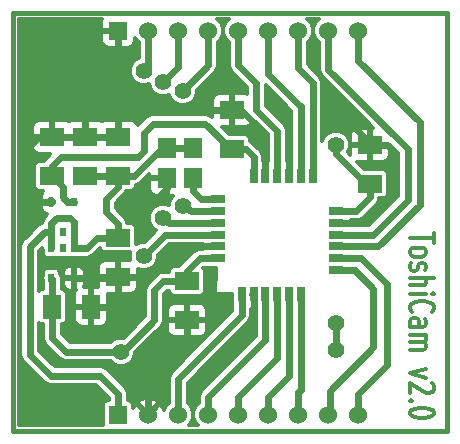
<source format=gtl>
G04 (created by PCBNEW-RS274X (2010-12-06 BZR 2371)-stable) date Thu 16 Jun 2011 17:41:28 ART*
G01*
G70*
G90*
%MOIN*%
G04 Gerber Fmt 3.4, Leading zero omitted, Abs format*
%FSLAX34Y34*%
G04 APERTURE LIST*
%ADD10C,0.001000*%
%ADD11C,0.015000*%
%ADD12C,0.012800*%
%ADD13R,0.080000X0.060000*%
%ADD14R,0.060000X0.080000*%
%ADD15R,0.020000X0.030000*%
%ADD16R,0.050000X0.025000*%
%ADD17R,0.025000X0.050000*%
%ADD18C,0.060000*%
%ADD19R,0.060000X0.060000*%
%ADD20R,0.063000X0.070900*%
%ADD21C,0.055000*%
%ADD22C,0.023600*%
%ADD23C,0.012000*%
%ADD24C,0.013100*%
G04 APERTURE END LIST*
G54D10*
G54D11*
X27450Y-07350D02*
X27450Y-08200D01*
X13000Y-07350D02*
X27450Y-07350D01*
X13000Y-07800D02*
X13000Y-07350D01*
X27450Y-21300D02*
X27450Y-07700D01*
X13000Y-21300D02*
X27450Y-21300D01*
X13000Y-07700D02*
X13000Y-21300D01*
G54D12*
X27023Y-14687D02*
X27023Y-15016D01*
X26229Y-14851D02*
X27023Y-14851D01*
X26229Y-15290D02*
X26266Y-15236D01*
X26304Y-15208D01*
X26380Y-15181D01*
X26607Y-15181D01*
X26682Y-15208D01*
X26720Y-15236D01*
X26758Y-15290D01*
X26758Y-15373D01*
X26720Y-15428D01*
X26682Y-15455D01*
X26607Y-15482D01*
X26380Y-15482D01*
X26304Y-15455D01*
X26266Y-15428D01*
X26229Y-15373D01*
X26229Y-15290D01*
X26266Y-15702D02*
X26229Y-15757D01*
X26229Y-15866D01*
X26266Y-15921D01*
X26342Y-15949D01*
X26380Y-15949D01*
X26455Y-15921D01*
X26493Y-15866D01*
X26493Y-15784D01*
X26531Y-15729D01*
X26607Y-15702D01*
X26645Y-15702D01*
X26720Y-15729D01*
X26758Y-15784D01*
X26758Y-15866D01*
X26720Y-15921D01*
X26229Y-16195D02*
X27023Y-16195D01*
X26229Y-16442D02*
X26645Y-16442D01*
X26720Y-16415D01*
X26758Y-16360D01*
X26758Y-16277D01*
X26720Y-16223D01*
X26682Y-16195D01*
X26229Y-16716D02*
X26758Y-16716D01*
X27023Y-16716D02*
X26985Y-16689D01*
X26947Y-16716D01*
X26985Y-16744D01*
X27023Y-16716D01*
X26947Y-16716D01*
X26304Y-17319D02*
X26266Y-17292D01*
X26229Y-17210D01*
X26229Y-17155D01*
X26266Y-17072D01*
X26342Y-17018D01*
X26418Y-16990D01*
X26569Y-16963D01*
X26682Y-16963D01*
X26834Y-16990D01*
X26909Y-17018D01*
X26985Y-17072D01*
X27023Y-17155D01*
X27023Y-17210D01*
X26985Y-17292D01*
X26947Y-17319D01*
X26229Y-17813D02*
X26645Y-17813D01*
X26720Y-17786D01*
X26758Y-17731D01*
X26758Y-17621D01*
X26720Y-17566D01*
X26266Y-17813D02*
X26229Y-17758D01*
X26229Y-17621D01*
X26266Y-17566D01*
X26342Y-17539D01*
X26418Y-17539D01*
X26493Y-17566D01*
X26531Y-17621D01*
X26531Y-17758D01*
X26569Y-17813D01*
X26229Y-18087D02*
X26758Y-18087D01*
X26682Y-18087D02*
X26720Y-18115D01*
X26758Y-18169D01*
X26758Y-18252D01*
X26720Y-18307D01*
X26645Y-18334D01*
X26229Y-18334D01*
X26645Y-18334D02*
X26720Y-18361D01*
X26758Y-18416D01*
X26758Y-18499D01*
X26720Y-18553D01*
X26645Y-18581D01*
X26229Y-18581D01*
X26758Y-19239D02*
X26229Y-19376D01*
X26758Y-19514D01*
X26947Y-19706D02*
X26985Y-19733D01*
X27023Y-19788D01*
X27023Y-19925D01*
X26985Y-19980D01*
X26947Y-20007D01*
X26871Y-20035D01*
X26796Y-20035D01*
X26682Y-20007D01*
X26229Y-19678D01*
X26229Y-20035D01*
X26304Y-20282D02*
X26266Y-20310D01*
X26229Y-20282D01*
X26266Y-20255D01*
X26304Y-20282D01*
X26229Y-20282D01*
X27023Y-20666D02*
X27023Y-20721D01*
X26985Y-20776D01*
X26947Y-20803D01*
X26871Y-20830D01*
X26720Y-20858D01*
X26531Y-20858D01*
X26380Y-20830D01*
X26304Y-20803D01*
X26266Y-20776D01*
X26229Y-20721D01*
X26229Y-20666D01*
X26266Y-20611D01*
X26304Y-20584D01*
X26380Y-20556D01*
X26531Y-20529D01*
X26720Y-20529D01*
X26871Y-20556D01*
X26947Y-20584D01*
X26985Y-20611D01*
X27023Y-20666D01*
G54D13*
X14300Y-12800D03*
X14300Y-11500D03*
X16500Y-14850D03*
X16500Y-16150D03*
G54D14*
X14300Y-17150D03*
X15600Y-17150D03*
G54D13*
X15400Y-12800D03*
X15400Y-11500D03*
G54D15*
X14275Y-14650D03*
X15025Y-14650D03*
X14275Y-13650D03*
X14650Y-14650D03*
X15025Y-13650D03*
X15025Y-15200D03*
X14275Y-15200D03*
X15025Y-16200D03*
X14650Y-15200D03*
X14275Y-16200D03*
G54D16*
X23768Y-15931D03*
X23768Y-15537D03*
X23768Y-15143D03*
X23768Y-14750D03*
X23768Y-14357D03*
X23768Y-13963D03*
G54D17*
X22981Y-12782D03*
X22587Y-12782D03*
X22193Y-12782D03*
X21800Y-12782D03*
X21407Y-12782D03*
X21013Y-12782D03*
G54D16*
X19832Y-13569D03*
X19832Y-13963D03*
X19832Y-14357D03*
X19832Y-14750D03*
X19832Y-15143D03*
X19832Y-15537D03*
G54D17*
X20619Y-16718D03*
X21013Y-16718D03*
X21407Y-16718D03*
X21800Y-16718D03*
X22193Y-16718D03*
X22587Y-16718D03*
G54D18*
X21500Y-07950D03*
X22500Y-07950D03*
X23500Y-07950D03*
X24500Y-07950D03*
G54D19*
X16500Y-07950D03*
G54D18*
X17500Y-07950D03*
X18500Y-07950D03*
X19500Y-07950D03*
X20500Y-07950D03*
X21500Y-20750D03*
X22500Y-20750D03*
X23500Y-20750D03*
X24500Y-20750D03*
G54D19*
X16500Y-20750D03*
G54D18*
X17500Y-20750D03*
X18500Y-20750D03*
X19500Y-20750D03*
X20500Y-20750D03*
G54D13*
X24900Y-13050D03*
X24900Y-11750D03*
X20300Y-10600D03*
X20300Y-11900D03*
X18800Y-16300D03*
X18800Y-17600D03*
X16500Y-12800D03*
X16500Y-11500D03*
G54D20*
X18117Y-11850D03*
X18987Y-12850D03*
X18987Y-11858D03*
X18117Y-12846D03*
G54D21*
X16600Y-18650D03*
X23750Y-18600D03*
X23750Y-17700D03*
X23750Y-11750D03*
X18000Y-14200D03*
X18000Y-09650D03*
X18650Y-09950D03*
X18650Y-13800D03*
X17350Y-15450D03*
X17350Y-09300D03*
X16650Y-13750D03*
X17500Y-19425D03*
X15400Y-10050D03*
X23800Y-10600D03*
X19100Y-19750D03*
X16550Y-17150D03*
X21900Y-10600D03*
G54D22*
X21013Y-12782D02*
X21013Y-12163D01*
X20750Y-11900D02*
X20300Y-11900D01*
X21013Y-12163D02*
X20750Y-11900D01*
X14650Y-13350D02*
X14650Y-13150D01*
X14650Y-13150D02*
X14300Y-12800D01*
X15025Y-13650D02*
X14800Y-13650D01*
X14650Y-13500D02*
X14650Y-13350D01*
X14800Y-13650D02*
X14650Y-13500D01*
X14300Y-12800D02*
X14300Y-12450D01*
X20250Y-11900D02*
X20300Y-11900D01*
X19400Y-11050D02*
X20250Y-11900D01*
X17650Y-11050D02*
X19400Y-11050D01*
X17350Y-11350D02*
X17650Y-11050D01*
X17350Y-11950D02*
X17350Y-11350D01*
X17150Y-12150D02*
X17350Y-11950D01*
X14600Y-12150D02*
X17150Y-12150D01*
X14300Y-12450D02*
X14600Y-12150D01*
G54D23*
X21025Y-12770D02*
X21013Y-12782D01*
G54D22*
X16600Y-18650D02*
X16650Y-18650D01*
X17700Y-17600D02*
X17700Y-16900D01*
X16650Y-18650D02*
X17700Y-17600D01*
X16600Y-18650D02*
X14750Y-18650D01*
X14750Y-18650D02*
X14300Y-18200D01*
X24900Y-13050D02*
X24750Y-13050D01*
X23750Y-17700D02*
X23750Y-18600D01*
X23750Y-12050D02*
X23750Y-11750D01*
X24750Y-13050D02*
X23750Y-12050D01*
X18800Y-16300D02*
X18000Y-16300D01*
X18000Y-16300D02*
X17700Y-16600D01*
X17700Y-16900D02*
X17700Y-16600D01*
X14300Y-17150D02*
X14300Y-18200D01*
X19832Y-15537D02*
X19213Y-15537D01*
X19213Y-15537D02*
X18800Y-15950D01*
X18800Y-15950D02*
X18800Y-16300D01*
X24900Y-13050D02*
X24900Y-13500D01*
X24437Y-13963D02*
X23768Y-13963D01*
X24900Y-13500D02*
X24437Y-13963D01*
X14300Y-17150D02*
X14300Y-16225D01*
X14300Y-16225D02*
X14275Y-16200D01*
G54D23*
X23806Y-13925D02*
X23768Y-13963D01*
G54D22*
X19419Y-13569D02*
X19269Y-13569D01*
X18987Y-13287D02*
X18987Y-12850D01*
X19269Y-13569D02*
X18987Y-13287D01*
X19832Y-13569D02*
X19419Y-13569D01*
G54D23*
X19763Y-13500D02*
X19832Y-13569D01*
G54D22*
X23500Y-07950D02*
X23500Y-09250D01*
X25725Y-11475D02*
X23500Y-09250D01*
X23500Y-09250D02*
X23500Y-09200D01*
X23768Y-14750D02*
X25000Y-14750D01*
X26150Y-11900D02*
X25725Y-11475D01*
X25725Y-11475D02*
X24500Y-10250D01*
X26150Y-13600D02*
X26150Y-11900D01*
X25000Y-14750D02*
X26150Y-13600D01*
X23500Y-08250D02*
X23500Y-09200D01*
X24500Y-07950D02*
X24500Y-08950D01*
X24500Y-08250D02*
X24500Y-08950D01*
X24500Y-08950D02*
X26550Y-11000D01*
X23768Y-15143D02*
X25157Y-15143D01*
X26550Y-13750D02*
X26550Y-11000D01*
X25157Y-15143D02*
X26550Y-13750D01*
X24150Y-15537D02*
X24587Y-15537D01*
X25450Y-16400D02*
X25450Y-19100D01*
X24587Y-15537D02*
X25450Y-16400D01*
X24500Y-20750D02*
X24500Y-20050D01*
X24500Y-20050D02*
X25450Y-19100D01*
X24150Y-15537D02*
X23768Y-15537D01*
X24100Y-15931D02*
X24381Y-15931D01*
X25000Y-16550D02*
X25000Y-18500D01*
X24381Y-15931D02*
X25000Y-16550D01*
X25000Y-18500D02*
X23550Y-19950D01*
X23550Y-20700D02*
X23500Y-20750D01*
X23550Y-19950D02*
X23550Y-20700D01*
X23768Y-15931D02*
X24100Y-15931D01*
X22587Y-16718D02*
X22587Y-19913D01*
X22500Y-20000D02*
X22500Y-20750D01*
X22587Y-19913D02*
X22500Y-20000D01*
X21500Y-20750D02*
X21500Y-20169D01*
X22200Y-19469D02*
X22200Y-16725D01*
X22200Y-16725D02*
X22193Y-16718D01*
X21500Y-20169D02*
X22200Y-19469D01*
X20500Y-20750D02*
X20500Y-20150D01*
X21800Y-18350D02*
X21800Y-16718D01*
X21800Y-18850D02*
X20500Y-20150D01*
X21800Y-18350D02*
X21800Y-18850D01*
X19500Y-20750D02*
X19500Y-20150D01*
X21407Y-17300D02*
X21407Y-16718D01*
X21400Y-18250D02*
X21400Y-17300D01*
X21400Y-17300D02*
X21407Y-17300D01*
X19500Y-20150D02*
X21400Y-18250D01*
X18500Y-20750D02*
X18500Y-19550D01*
X20619Y-17431D02*
X20619Y-16718D01*
X20619Y-17431D02*
X18500Y-19550D01*
X18500Y-07950D02*
X18500Y-09150D01*
X18500Y-09150D02*
X18000Y-09650D01*
X18500Y-08250D02*
X18500Y-09150D01*
X18207Y-14357D02*
X18000Y-14200D01*
X18207Y-14357D02*
X19832Y-14357D01*
X18500Y-09150D02*
X18000Y-09650D01*
X22500Y-07950D02*
X22500Y-09200D01*
X22500Y-08250D02*
X22500Y-09200D01*
X22981Y-09681D02*
X22981Y-10331D01*
X22500Y-09200D02*
X22981Y-09681D01*
X22981Y-10331D02*
X22981Y-12782D01*
X21500Y-07950D02*
X21500Y-09400D01*
X22587Y-10461D02*
X22561Y-10461D01*
X22587Y-12782D02*
X22587Y-10461D01*
X21500Y-09400D02*
X21500Y-08250D01*
X22561Y-10461D02*
X21500Y-09400D01*
X22587Y-10487D02*
X22587Y-10487D01*
X22587Y-10487D02*
X22587Y-12782D01*
G54D23*
X22587Y-10500D02*
X22587Y-10487D01*
X22587Y-12782D02*
X22587Y-10500D01*
G54D22*
X20500Y-07950D02*
X20500Y-09100D01*
X20500Y-08250D02*
X20500Y-09100D01*
X21100Y-09700D02*
X21100Y-10150D01*
X20500Y-09100D02*
X21100Y-09700D01*
X21800Y-12782D02*
X21800Y-11280D01*
X21100Y-10580D02*
X21100Y-10150D01*
X21800Y-11280D02*
X21100Y-10580D01*
X19500Y-07950D02*
X19500Y-09100D01*
X19500Y-09100D02*
X18650Y-09950D01*
X19500Y-08250D02*
X19500Y-09100D01*
X18913Y-13963D02*
X19832Y-13963D01*
X18913Y-13963D02*
X18650Y-13800D01*
X19500Y-09100D02*
X18650Y-09950D01*
X17500Y-07950D02*
X17500Y-09150D01*
X17500Y-09150D02*
X17350Y-09300D01*
X17500Y-08250D02*
X17500Y-09150D01*
X18050Y-14750D02*
X17350Y-15450D01*
X18050Y-14750D02*
X19832Y-14750D01*
X17500Y-09150D02*
X17350Y-09300D01*
X16500Y-07950D02*
X16500Y-08750D01*
X18117Y-12846D02*
X18117Y-13183D01*
X17550Y-13750D02*
X16650Y-13750D01*
X18117Y-13183D02*
X17550Y-13750D01*
X17500Y-20750D02*
X17500Y-19425D01*
X15400Y-10050D02*
X15500Y-10050D01*
X15400Y-11500D02*
X15400Y-10050D01*
X16500Y-09050D02*
X16500Y-08750D01*
X16500Y-08750D02*
X16500Y-08250D01*
X15500Y-10050D02*
X16500Y-09050D01*
X17500Y-19425D02*
X17500Y-19500D01*
X24900Y-11750D02*
X24900Y-11700D01*
X24900Y-11700D02*
X23800Y-10600D01*
X21013Y-16718D02*
X21013Y-17837D01*
X21013Y-17837D02*
X19100Y-19750D01*
X18800Y-17600D02*
X18800Y-18200D01*
X18800Y-18200D02*
X17500Y-19500D01*
X16500Y-16150D02*
X16500Y-17100D01*
X16550Y-17150D02*
X15600Y-17150D01*
X16500Y-17100D02*
X16550Y-17150D01*
X16500Y-16150D02*
X17500Y-16150D01*
X18507Y-15143D02*
X19832Y-15143D01*
X17500Y-16150D02*
X18507Y-15143D01*
X16500Y-11500D02*
X16500Y-10900D01*
X16800Y-10600D02*
X20300Y-10600D01*
X16500Y-10900D02*
X16800Y-10600D01*
X22193Y-12782D02*
X22193Y-10893D01*
X22193Y-10893D02*
X21900Y-10600D01*
X23768Y-14357D02*
X24743Y-14357D01*
X25450Y-11750D02*
X24900Y-11750D01*
X25750Y-12050D02*
X25450Y-11750D01*
X25750Y-13350D02*
X25750Y-12050D01*
X24743Y-14357D02*
X25750Y-13350D01*
X21407Y-12782D02*
X21407Y-11407D01*
X20600Y-10600D02*
X21407Y-11407D01*
X20300Y-10600D02*
X20600Y-10600D01*
X14275Y-13650D02*
X13900Y-13650D01*
X13850Y-11500D02*
X14300Y-11500D01*
X13500Y-11850D02*
X13850Y-11500D01*
X13500Y-13250D02*
X13500Y-11850D01*
X13900Y-13650D02*
X13500Y-13250D01*
X15400Y-11500D02*
X14300Y-11500D01*
X16500Y-11500D02*
X15400Y-11500D01*
X15025Y-16200D02*
X16450Y-16200D01*
X16450Y-16200D02*
X16500Y-16150D01*
X16500Y-12800D02*
X16500Y-13150D01*
X16500Y-14400D02*
X16500Y-14850D01*
X16100Y-14000D02*
X16500Y-14400D01*
X16100Y-13550D02*
X16100Y-14000D01*
X16500Y-13150D02*
X16100Y-13550D01*
X16500Y-20750D02*
X16500Y-20050D01*
X15900Y-19450D02*
X14250Y-19450D01*
X16500Y-20050D02*
X15900Y-19450D01*
X13900Y-19100D02*
X14250Y-19450D01*
X13900Y-19100D02*
X13550Y-18750D01*
X18117Y-11850D02*
X18979Y-11850D01*
X18979Y-11850D02*
X18987Y-11858D01*
X16500Y-12800D02*
X17020Y-12800D01*
X17970Y-11850D02*
X18117Y-11850D01*
X17020Y-12800D02*
X17970Y-11850D01*
X14275Y-14650D02*
X14275Y-15200D01*
X15025Y-14650D02*
X15025Y-15200D01*
X15025Y-14325D02*
X15025Y-14650D01*
X14275Y-14650D02*
X14050Y-14650D01*
X14275Y-14650D02*
X14275Y-14375D01*
X14275Y-14375D02*
X14450Y-14200D01*
X15025Y-15200D02*
X15450Y-15200D01*
X15800Y-14850D02*
X16500Y-14850D01*
X15450Y-15200D02*
X15800Y-14850D01*
X13550Y-18750D02*
X13550Y-17500D01*
X16500Y-12800D02*
X15400Y-12800D01*
X14700Y-14200D02*
X14450Y-14200D01*
X14700Y-14200D02*
X14900Y-14200D01*
X14900Y-14200D02*
X15025Y-14325D01*
X13550Y-17500D02*
X13550Y-15850D01*
X13550Y-15150D02*
X13550Y-15850D01*
X13550Y-15150D02*
X13800Y-14900D01*
X14050Y-14650D02*
X13800Y-14900D01*
G54D10*
G36*
X18320Y-13465D02*
X18252Y-13533D01*
X18180Y-13706D01*
X18180Y-13765D01*
X18094Y-13730D01*
X18083Y-13730D01*
X18083Y-13399D01*
X18083Y-12880D01*
X17603Y-12880D01*
X17537Y-12946D01*
X17537Y-13252D01*
X17577Y-13349D01*
X17651Y-13424D01*
X17749Y-13465D01*
X17854Y-13465D01*
X18017Y-13465D01*
X18083Y-13399D01*
X18083Y-13730D01*
X17907Y-13730D01*
X17734Y-13801D01*
X17602Y-13933D01*
X17530Y-14106D01*
X17530Y-14293D01*
X17601Y-14466D01*
X17733Y-14598D01*
X17751Y-14605D01*
X17377Y-14980D01*
X17257Y-14980D01*
X17094Y-15046D01*
X17094Y-14512D01*
X17065Y-14441D01*
X17010Y-14386D01*
X16939Y-14356D01*
X16862Y-14356D01*
X16804Y-14356D01*
X16789Y-14280D01*
X16721Y-14179D01*
X16721Y-14178D01*
X16413Y-13870D01*
X16413Y-13679D01*
X16721Y-13372D01*
X16721Y-13371D01*
X16772Y-13294D01*
X16773Y-13294D01*
X16938Y-13294D01*
X17009Y-13265D01*
X17064Y-13210D01*
X17094Y-13139D01*
X17094Y-13098D01*
X17140Y-13089D01*
X17241Y-13021D01*
X17537Y-12725D01*
X17537Y-12746D01*
X17603Y-12812D01*
X18083Y-12812D01*
X18083Y-12746D01*
X18151Y-12746D01*
X18151Y-12812D01*
X18217Y-12812D01*
X18217Y-12880D01*
X18151Y-12880D01*
X18151Y-13399D01*
X18217Y-13465D01*
X18320Y-13465D01*
X18320Y-13465D01*
G37*
G54D24*
X18320Y-13465D02*
X18252Y-13533D01*
X18180Y-13706D01*
X18180Y-13765D01*
X18094Y-13730D01*
X18083Y-13730D01*
X18083Y-13399D01*
X18083Y-12880D01*
X17603Y-12880D01*
X17537Y-12946D01*
X17537Y-13252D01*
X17577Y-13349D01*
X17651Y-13424D01*
X17749Y-13465D01*
X17854Y-13465D01*
X18017Y-13465D01*
X18083Y-13399D01*
X18083Y-13730D01*
X17907Y-13730D01*
X17734Y-13801D01*
X17602Y-13933D01*
X17530Y-14106D01*
X17530Y-14293D01*
X17601Y-14466D01*
X17733Y-14598D01*
X17751Y-14605D01*
X17377Y-14980D01*
X17257Y-14980D01*
X17094Y-15046D01*
X17094Y-14512D01*
X17065Y-14441D01*
X17010Y-14386D01*
X16939Y-14356D01*
X16862Y-14356D01*
X16804Y-14356D01*
X16789Y-14280D01*
X16721Y-14179D01*
X16721Y-14178D01*
X16413Y-13870D01*
X16413Y-13679D01*
X16721Y-13372D01*
X16721Y-13371D01*
X16772Y-13294D01*
X16773Y-13294D01*
X16938Y-13294D01*
X17009Y-13265D01*
X17064Y-13210D01*
X17094Y-13139D01*
X17094Y-13098D01*
X17140Y-13089D01*
X17241Y-13021D01*
X17537Y-12725D01*
X17537Y-12746D01*
X17603Y-12812D01*
X18083Y-12812D01*
X18083Y-12746D01*
X18151Y-12746D01*
X18151Y-12812D01*
X18217Y-12812D01*
X18217Y-12880D01*
X18151Y-12880D01*
X18151Y-13399D01*
X18217Y-13465D01*
X18320Y-13465D01*
G54D10*
G36*
X19754Y-15109D02*
X19753Y-15177D01*
X19383Y-15177D01*
X19336Y-15224D01*
X19317Y-15224D01*
X19213Y-15224D01*
X19093Y-15248D01*
X18992Y-15316D01*
X18579Y-15729D01*
X18527Y-15806D01*
X18362Y-15806D01*
X18291Y-15835D01*
X18236Y-15890D01*
X18206Y-15961D01*
X18206Y-15987D01*
X18000Y-15987D01*
X17880Y-16011D01*
X17778Y-16079D01*
X17479Y-16379D01*
X17411Y-16480D01*
X17387Y-16600D01*
X17387Y-16900D01*
X17387Y-17470D01*
X17165Y-17692D01*
X17165Y-16502D01*
X17165Y-16250D01*
X17099Y-16184D01*
X16534Y-16184D01*
X16534Y-16649D01*
X16600Y-16715D01*
X16848Y-16715D01*
X16953Y-16715D01*
X17051Y-16674D01*
X17125Y-16599D01*
X17165Y-16502D01*
X17165Y-17692D01*
X16677Y-18180D01*
X16507Y-18180D01*
X16466Y-18196D01*
X16466Y-16649D01*
X16466Y-16184D01*
X16466Y-16116D01*
X16466Y-15651D01*
X16400Y-15585D01*
X16152Y-15585D01*
X16047Y-15585D01*
X15949Y-15626D01*
X15875Y-15701D01*
X15835Y-15798D01*
X15835Y-16050D01*
X15901Y-16116D01*
X16466Y-16116D01*
X16466Y-16184D01*
X15901Y-16184D01*
X15835Y-16250D01*
X15835Y-16485D01*
X15700Y-16485D01*
X15634Y-16551D01*
X15634Y-17116D01*
X16099Y-17116D01*
X16165Y-17050D01*
X16165Y-16802D01*
X16165Y-16715D01*
X16400Y-16715D01*
X16466Y-16649D01*
X16466Y-18196D01*
X16334Y-18251D01*
X16248Y-18337D01*
X16165Y-18337D01*
X16165Y-17603D01*
X16165Y-17498D01*
X16165Y-17250D01*
X16099Y-17184D01*
X15634Y-17184D01*
X15634Y-17749D01*
X15700Y-17815D01*
X15952Y-17815D01*
X16049Y-17775D01*
X16124Y-17701D01*
X16165Y-17603D01*
X16165Y-18337D01*
X15566Y-18337D01*
X15566Y-17749D01*
X15566Y-17184D01*
X15566Y-17116D01*
X15566Y-16551D01*
X15500Y-16485D01*
X15355Y-16485D01*
X15390Y-16403D01*
X15390Y-16300D01*
X15390Y-16100D01*
X15390Y-15997D01*
X15349Y-15899D01*
X15274Y-15825D01*
X15177Y-15785D01*
X15125Y-15785D01*
X15059Y-15851D01*
X15059Y-16166D01*
X15324Y-16166D01*
X15390Y-16100D01*
X15390Y-16300D01*
X15324Y-16234D01*
X15059Y-16234D01*
X15059Y-16549D01*
X15092Y-16582D01*
X15076Y-16599D01*
X15035Y-16697D01*
X15035Y-16802D01*
X15035Y-17050D01*
X15101Y-17116D01*
X15566Y-17116D01*
X15566Y-17184D01*
X15101Y-17184D01*
X15035Y-17250D01*
X15035Y-17498D01*
X15035Y-17603D01*
X15076Y-17701D01*
X15151Y-17775D01*
X15248Y-17815D01*
X15500Y-17815D01*
X15566Y-17749D01*
X15566Y-18337D01*
X14991Y-18337D01*
X14991Y-16549D01*
X14991Y-16234D01*
X14991Y-16166D01*
X14991Y-15851D01*
X14925Y-15785D01*
X14873Y-15785D01*
X14776Y-15825D01*
X14701Y-15899D01*
X14660Y-15997D01*
X14660Y-16100D01*
X14726Y-16166D01*
X14991Y-16166D01*
X14991Y-16234D01*
X14726Y-16234D01*
X14660Y-16300D01*
X14660Y-16403D01*
X14701Y-16501D01*
X14776Y-16575D01*
X14873Y-16615D01*
X14925Y-16615D01*
X14991Y-16549D01*
X14991Y-18337D01*
X14879Y-18337D01*
X14613Y-18070D01*
X14613Y-17744D01*
X14638Y-17744D01*
X14709Y-17715D01*
X14764Y-17660D01*
X14794Y-17589D01*
X14794Y-17512D01*
X14794Y-16712D01*
X14765Y-16641D01*
X14710Y-16586D01*
X14639Y-16556D01*
X14613Y-16556D01*
X14613Y-16225D01*
X14589Y-16105D01*
X14569Y-16075D01*
X14569Y-16012D01*
X14540Y-15941D01*
X14485Y-15886D01*
X14414Y-15856D01*
X14337Y-15856D01*
X14137Y-15856D01*
X14066Y-15885D01*
X14011Y-15940D01*
X13981Y-16011D01*
X13981Y-16088D01*
X13981Y-16105D01*
X13962Y-16200D01*
X13981Y-16295D01*
X13981Y-16388D01*
X13987Y-16402D01*
X13987Y-16556D01*
X13962Y-16556D01*
X13891Y-16585D01*
X13863Y-16613D01*
X13863Y-15850D01*
X13863Y-15279D01*
X13962Y-15180D01*
X13962Y-15200D01*
X13981Y-15295D01*
X13981Y-15388D01*
X14010Y-15459D01*
X14065Y-15514D01*
X14136Y-15544D01*
X14213Y-15544D01*
X14413Y-15544D01*
X14462Y-15523D01*
X14511Y-15544D01*
X14588Y-15544D01*
X14788Y-15544D01*
X14837Y-15523D01*
X14886Y-15544D01*
X14963Y-15544D01*
X15163Y-15544D01*
X15234Y-15515D01*
X15236Y-15513D01*
X15450Y-15513D01*
X15570Y-15489D01*
X15671Y-15421D01*
X15906Y-15186D01*
X15906Y-15188D01*
X15935Y-15259D01*
X15990Y-15314D01*
X16061Y-15344D01*
X16138Y-15344D01*
X16884Y-15344D01*
X16880Y-15356D01*
X16880Y-15543D01*
X16897Y-15585D01*
X16848Y-15585D01*
X16600Y-15585D01*
X16534Y-15651D01*
X16534Y-16116D01*
X17099Y-16116D01*
X17165Y-16050D01*
X17165Y-15882D01*
X17256Y-15920D01*
X17443Y-15920D01*
X17616Y-15849D01*
X17748Y-15717D01*
X17820Y-15544D01*
X17820Y-15422D01*
X18179Y-15063D01*
X19317Y-15063D01*
X19337Y-15063D01*
X19383Y-15109D01*
X19754Y-15109D01*
X19754Y-15109D01*
G37*
G54D24*
X19754Y-15109D02*
X19753Y-15177D01*
X19383Y-15177D01*
X19336Y-15224D01*
X19317Y-15224D01*
X19213Y-15224D01*
X19093Y-15248D01*
X18992Y-15316D01*
X18579Y-15729D01*
X18527Y-15806D01*
X18362Y-15806D01*
X18291Y-15835D01*
X18236Y-15890D01*
X18206Y-15961D01*
X18206Y-15987D01*
X18000Y-15987D01*
X17880Y-16011D01*
X17778Y-16079D01*
X17479Y-16379D01*
X17411Y-16480D01*
X17387Y-16600D01*
X17387Y-16900D01*
X17387Y-17470D01*
X17165Y-17692D01*
X17165Y-16502D01*
X17165Y-16250D01*
X17099Y-16184D01*
X16534Y-16184D01*
X16534Y-16649D01*
X16600Y-16715D01*
X16848Y-16715D01*
X16953Y-16715D01*
X17051Y-16674D01*
X17125Y-16599D01*
X17165Y-16502D01*
X17165Y-17692D01*
X16677Y-18180D01*
X16507Y-18180D01*
X16466Y-18196D01*
X16466Y-16649D01*
X16466Y-16184D01*
X16466Y-16116D01*
X16466Y-15651D01*
X16400Y-15585D01*
X16152Y-15585D01*
X16047Y-15585D01*
X15949Y-15626D01*
X15875Y-15701D01*
X15835Y-15798D01*
X15835Y-16050D01*
X15901Y-16116D01*
X16466Y-16116D01*
X16466Y-16184D01*
X15901Y-16184D01*
X15835Y-16250D01*
X15835Y-16485D01*
X15700Y-16485D01*
X15634Y-16551D01*
X15634Y-17116D01*
X16099Y-17116D01*
X16165Y-17050D01*
X16165Y-16802D01*
X16165Y-16715D01*
X16400Y-16715D01*
X16466Y-16649D01*
X16466Y-18196D01*
X16334Y-18251D01*
X16248Y-18337D01*
X16165Y-18337D01*
X16165Y-17603D01*
X16165Y-17498D01*
X16165Y-17250D01*
X16099Y-17184D01*
X15634Y-17184D01*
X15634Y-17749D01*
X15700Y-17815D01*
X15952Y-17815D01*
X16049Y-17775D01*
X16124Y-17701D01*
X16165Y-17603D01*
X16165Y-18337D01*
X15566Y-18337D01*
X15566Y-17749D01*
X15566Y-17184D01*
X15566Y-17116D01*
X15566Y-16551D01*
X15500Y-16485D01*
X15355Y-16485D01*
X15390Y-16403D01*
X15390Y-16300D01*
X15390Y-16100D01*
X15390Y-15997D01*
X15349Y-15899D01*
X15274Y-15825D01*
X15177Y-15785D01*
X15125Y-15785D01*
X15059Y-15851D01*
X15059Y-16166D01*
X15324Y-16166D01*
X15390Y-16100D01*
X15390Y-16300D01*
X15324Y-16234D01*
X15059Y-16234D01*
X15059Y-16549D01*
X15092Y-16582D01*
X15076Y-16599D01*
X15035Y-16697D01*
X15035Y-16802D01*
X15035Y-17050D01*
X15101Y-17116D01*
X15566Y-17116D01*
X15566Y-17184D01*
X15101Y-17184D01*
X15035Y-17250D01*
X15035Y-17498D01*
X15035Y-17603D01*
X15076Y-17701D01*
X15151Y-17775D01*
X15248Y-17815D01*
X15500Y-17815D01*
X15566Y-17749D01*
X15566Y-18337D01*
X14991Y-18337D01*
X14991Y-16549D01*
X14991Y-16234D01*
X14991Y-16166D01*
X14991Y-15851D01*
X14925Y-15785D01*
X14873Y-15785D01*
X14776Y-15825D01*
X14701Y-15899D01*
X14660Y-15997D01*
X14660Y-16100D01*
X14726Y-16166D01*
X14991Y-16166D01*
X14991Y-16234D01*
X14726Y-16234D01*
X14660Y-16300D01*
X14660Y-16403D01*
X14701Y-16501D01*
X14776Y-16575D01*
X14873Y-16615D01*
X14925Y-16615D01*
X14991Y-16549D01*
X14991Y-18337D01*
X14879Y-18337D01*
X14613Y-18070D01*
X14613Y-17744D01*
X14638Y-17744D01*
X14709Y-17715D01*
X14764Y-17660D01*
X14794Y-17589D01*
X14794Y-17512D01*
X14794Y-16712D01*
X14765Y-16641D01*
X14710Y-16586D01*
X14639Y-16556D01*
X14613Y-16556D01*
X14613Y-16225D01*
X14589Y-16105D01*
X14569Y-16075D01*
X14569Y-16012D01*
X14540Y-15941D01*
X14485Y-15886D01*
X14414Y-15856D01*
X14337Y-15856D01*
X14137Y-15856D01*
X14066Y-15885D01*
X14011Y-15940D01*
X13981Y-16011D01*
X13981Y-16088D01*
X13981Y-16105D01*
X13962Y-16200D01*
X13981Y-16295D01*
X13981Y-16388D01*
X13987Y-16402D01*
X13987Y-16556D01*
X13962Y-16556D01*
X13891Y-16585D01*
X13863Y-16613D01*
X13863Y-15850D01*
X13863Y-15279D01*
X13962Y-15180D01*
X13962Y-15200D01*
X13981Y-15295D01*
X13981Y-15388D01*
X14010Y-15459D01*
X14065Y-15514D01*
X14136Y-15544D01*
X14213Y-15544D01*
X14413Y-15544D01*
X14462Y-15523D01*
X14511Y-15544D01*
X14588Y-15544D01*
X14788Y-15544D01*
X14837Y-15523D01*
X14886Y-15544D01*
X14963Y-15544D01*
X15163Y-15544D01*
X15234Y-15515D01*
X15236Y-15513D01*
X15450Y-15513D01*
X15570Y-15489D01*
X15671Y-15421D01*
X15906Y-15186D01*
X15906Y-15188D01*
X15935Y-15259D01*
X15990Y-15314D01*
X16061Y-15344D01*
X16138Y-15344D01*
X16884Y-15344D01*
X16880Y-15356D01*
X16880Y-15543D01*
X16897Y-15585D01*
X16848Y-15585D01*
X16600Y-15585D01*
X16534Y-15651D01*
X16534Y-16116D01*
X17099Y-16116D01*
X17165Y-16050D01*
X17165Y-15882D01*
X17256Y-15920D01*
X17443Y-15920D01*
X17616Y-15849D01*
X17748Y-15717D01*
X17820Y-15544D01*
X17820Y-15422D01*
X18179Y-15063D01*
X19317Y-15063D01*
X19337Y-15063D01*
X19383Y-15109D01*
X19754Y-15109D01*
G54D10*
G36*
X20306Y-17301D02*
X19465Y-18142D01*
X19465Y-17952D01*
X19465Y-17700D01*
X19465Y-17500D01*
X19465Y-17248D01*
X19425Y-17151D01*
X19351Y-17076D01*
X19253Y-17035D01*
X19148Y-17035D01*
X18900Y-17035D01*
X18834Y-17101D01*
X18834Y-17566D01*
X19399Y-17566D01*
X19465Y-17500D01*
X19465Y-17700D01*
X19399Y-17634D01*
X18834Y-17634D01*
X18834Y-18099D01*
X18900Y-18165D01*
X19148Y-18165D01*
X19253Y-18165D01*
X19351Y-18124D01*
X19425Y-18049D01*
X19465Y-17952D01*
X19465Y-18142D01*
X18766Y-18841D01*
X18766Y-18099D01*
X18766Y-17634D01*
X18766Y-17566D01*
X18766Y-17101D01*
X18700Y-17035D01*
X18452Y-17035D01*
X18347Y-17035D01*
X18249Y-17076D01*
X18175Y-17151D01*
X18135Y-17248D01*
X18135Y-17500D01*
X18201Y-17566D01*
X18766Y-17566D01*
X18766Y-17634D01*
X18201Y-17634D01*
X18135Y-17700D01*
X18135Y-17952D01*
X18175Y-18049D01*
X18249Y-18124D01*
X18347Y-18165D01*
X18452Y-18165D01*
X18700Y-18165D01*
X18766Y-18099D01*
X18766Y-18841D01*
X18279Y-19329D01*
X18211Y-19430D01*
X18187Y-19550D01*
X18187Y-20364D01*
X18081Y-20470D01*
X18033Y-20585D01*
X17976Y-20447D01*
X17875Y-20423D01*
X17827Y-20471D01*
X17827Y-20375D01*
X17803Y-20274D01*
X17598Y-20194D01*
X17378Y-20199D01*
X17197Y-20274D01*
X17173Y-20375D01*
X17500Y-20702D01*
X17827Y-20375D01*
X17827Y-20471D01*
X17548Y-20750D01*
X17594Y-20796D01*
X17546Y-20844D01*
X17500Y-20798D01*
X17453Y-20844D01*
X17405Y-20796D01*
X17452Y-20750D01*
X17125Y-20423D01*
X17024Y-20447D01*
X16994Y-20523D01*
X16994Y-20412D01*
X16965Y-20341D01*
X16910Y-20286D01*
X16839Y-20256D01*
X16813Y-20256D01*
X16813Y-20050D01*
X16789Y-19930D01*
X16721Y-19829D01*
X16721Y-19828D01*
X16121Y-19229D01*
X16020Y-19161D01*
X15900Y-19137D01*
X14379Y-19137D01*
X14122Y-18880D01*
X14121Y-18879D01*
X14121Y-18878D01*
X13863Y-18620D01*
X13863Y-17687D01*
X13890Y-17714D01*
X13961Y-17744D01*
X13987Y-17744D01*
X13987Y-18200D01*
X14011Y-18320D01*
X14079Y-18421D01*
X14528Y-18871D01*
X14529Y-18871D01*
X14630Y-18939D01*
X14750Y-18963D01*
X16248Y-18963D01*
X16333Y-19048D01*
X16506Y-19120D01*
X16693Y-19120D01*
X16866Y-19049D01*
X16998Y-18917D01*
X17070Y-18744D01*
X17070Y-18672D01*
X17921Y-17822D01*
X17921Y-17821D01*
X17989Y-17720D01*
X18012Y-17601D01*
X18013Y-17600D01*
X18013Y-16900D01*
X18013Y-16729D01*
X18129Y-16613D01*
X18206Y-16613D01*
X18206Y-16638D01*
X18235Y-16709D01*
X18290Y-16764D01*
X18361Y-16794D01*
X18438Y-16794D01*
X19238Y-16794D01*
X19309Y-16765D01*
X19364Y-16710D01*
X19394Y-16639D01*
X19394Y-16562D01*
X19394Y-15962D01*
X19365Y-15891D01*
X19333Y-15859D01*
X19342Y-15850D01*
X19528Y-15850D01*
X19543Y-15856D01*
X19620Y-15856D01*
X19745Y-15856D01*
X19734Y-16714D01*
X20300Y-16721D01*
X20300Y-17006D01*
X20306Y-17020D01*
X20306Y-17301D01*
X20306Y-17301D01*
G37*
G54D24*
X20306Y-17301D02*
X19465Y-18142D01*
X19465Y-17952D01*
X19465Y-17700D01*
X19465Y-17500D01*
X19465Y-17248D01*
X19425Y-17151D01*
X19351Y-17076D01*
X19253Y-17035D01*
X19148Y-17035D01*
X18900Y-17035D01*
X18834Y-17101D01*
X18834Y-17566D01*
X19399Y-17566D01*
X19465Y-17500D01*
X19465Y-17700D01*
X19399Y-17634D01*
X18834Y-17634D01*
X18834Y-18099D01*
X18900Y-18165D01*
X19148Y-18165D01*
X19253Y-18165D01*
X19351Y-18124D01*
X19425Y-18049D01*
X19465Y-17952D01*
X19465Y-18142D01*
X18766Y-18841D01*
X18766Y-18099D01*
X18766Y-17634D01*
X18766Y-17566D01*
X18766Y-17101D01*
X18700Y-17035D01*
X18452Y-17035D01*
X18347Y-17035D01*
X18249Y-17076D01*
X18175Y-17151D01*
X18135Y-17248D01*
X18135Y-17500D01*
X18201Y-17566D01*
X18766Y-17566D01*
X18766Y-17634D01*
X18201Y-17634D01*
X18135Y-17700D01*
X18135Y-17952D01*
X18175Y-18049D01*
X18249Y-18124D01*
X18347Y-18165D01*
X18452Y-18165D01*
X18700Y-18165D01*
X18766Y-18099D01*
X18766Y-18841D01*
X18279Y-19329D01*
X18211Y-19430D01*
X18187Y-19550D01*
X18187Y-20364D01*
X18081Y-20470D01*
X18033Y-20585D01*
X17976Y-20447D01*
X17875Y-20423D01*
X17827Y-20471D01*
X17827Y-20375D01*
X17803Y-20274D01*
X17598Y-20194D01*
X17378Y-20199D01*
X17197Y-20274D01*
X17173Y-20375D01*
X17500Y-20702D01*
X17827Y-20375D01*
X17827Y-20471D01*
X17548Y-20750D01*
X17594Y-20796D01*
X17546Y-20844D01*
X17500Y-20798D01*
X17453Y-20844D01*
X17405Y-20796D01*
X17452Y-20750D01*
X17125Y-20423D01*
X17024Y-20447D01*
X16994Y-20523D01*
X16994Y-20412D01*
X16965Y-20341D01*
X16910Y-20286D01*
X16839Y-20256D01*
X16813Y-20256D01*
X16813Y-20050D01*
X16789Y-19930D01*
X16721Y-19829D01*
X16721Y-19828D01*
X16121Y-19229D01*
X16020Y-19161D01*
X15900Y-19137D01*
X14379Y-19137D01*
X14122Y-18880D01*
X14121Y-18879D01*
X14121Y-18878D01*
X13863Y-18620D01*
X13863Y-17687D01*
X13890Y-17714D01*
X13961Y-17744D01*
X13987Y-17744D01*
X13987Y-18200D01*
X14011Y-18320D01*
X14079Y-18421D01*
X14528Y-18871D01*
X14529Y-18871D01*
X14630Y-18939D01*
X14750Y-18963D01*
X16248Y-18963D01*
X16333Y-19048D01*
X16506Y-19120D01*
X16693Y-19120D01*
X16866Y-19049D01*
X16998Y-18917D01*
X17070Y-18744D01*
X17070Y-18672D01*
X17921Y-17822D01*
X17921Y-17821D01*
X17989Y-17720D01*
X18012Y-17601D01*
X18013Y-17600D01*
X18013Y-16900D01*
X18013Y-16729D01*
X18129Y-16613D01*
X18206Y-16613D01*
X18206Y-16638D01*
X18235Y-16709D01*
X18290Y-16764D01*
X18361Y-16794D01*
X18438Y-16794D01*
X19238Y-16794D01*
X19309Y-16765D01*
X19364Y-16710D01*
X19394Y-16639D01*
X19394Y-16562D01*
X19394Y-15962D01*
X19365Y-15891D01*
X19333Y-15859D01*
X19342Y-15850D01*
X19528Y-15850D01*
X19543Y-15856D01*
X19620Y-15856D01*
X19745Y-15856D01*
X19734Y-16714D01*
X20300Y-16721D01*
X20300Y-17006D01*
X20306Y-17020D01*
X20306Y-17301D01*
G54D10*
G36*
X21094Y-17265D02*
X21087Y-17300D01*
X21087Y-18121D01*
X19279Y-19929D01*
X19211Y-20030D01*
X19187Y-20150D01*
X19187Y-20364D01*
X19081Y-20470D01*
X19006Y-20651D01*
X19006Y-20848D01*
X19081Y-21030D01*
X19146Y-21095D01*
X18854Y-21095D01*
X18919Y-21030D01*
X18994Y-20849D01*
X18994Y-20652D01*
X18919Y-20470D01*
X18813Y-20364D01*
X18813Y-19679D01*
X20840Y-17653D01*
X20840Y-17652D01*
X20908Y-17551D01*
X20931Y-17432D01*
X20932Y-17431D01*
X20932Y-17233D01*
X20932Y-17214D01*
X20979Y-17167D01*
X20979Y-16752D01*
X20938Y-16752D01*
X20938Y-16729D01*
X21088Y-16731D01*
X21088Y-16752D01*
X21047Y-16752D01*
X21047Y-17167D01*
X21094Y-17214D01*
X21094Y-17233D01*
X21094Y-17265D01*
X21094Y-17265D01*
G37*
G54D24*
X21094Y-17265D02*
X21087Y-17300D01*
X21087Y-18121D01*
X19279Y-19929D01*
X19211Y-20030D01*
X19187Y-20150D01*
X19187Y-20364D01*
X19081Y-20470D01*
X19006Y-20651D01*
X19006Y-20848D01*
X19081Y-21030D01*
X19146Y-21095D01*
X18854Y-21095D01*
X18919Y-21030D01*
X18994Y-20849D01*
X18994Y-20652D01*
X18919Y-20470D01*
X18813Y-20364D01*
X18813Y-19679D01*
X20840Y-17653D01*
X20840Y-17652D01*
X20908Y-17551D01*
X20931Y-17432D01*
X20932Y-17431D01*
X20932Y-17233D01*
X20932Y-17214D01*
X20979Y-17167D01*
X20979Y-16752D01*
X20938Y-16752D01*
X20938Y-16729D01*
X21088Y-16731D01*
X21088Y-16752D01*
X21047Y-16752D01*
X21047Y-17167D01*
X21094Y-17214D01*
X21094Y-17233D01*
X21094Y-17265D01*
G54D10*
G36*
X21487Y-12287D02*
X21441Y-12333D01*
X21441Y-12705D01*
X21373Y-12704D01*
X21373Y-12333D01*
X21326Y-12286D01*
X21326Y-12267D01*
X21326Y-12163D01*
X21325Y-12162D01*
X21302Y-12043D01*
X21234Y-11942D01*
X21234Y-11941D01*
X20971Y-11679D01*
X20894Y-11627D01*
X20894Y-11562D01*
X20865Y-11491D01*
X20810Y-11436D01*
X20739Y-11406D01*
X20662Y-11406D01*
X20198Y-11406D01*
X19957Y-11165D01*
X20200Y-11165D01*
X20266Y-11099D01*
X20266Y-10634D01*
X20266Y-10566D01*
X20266Y-10101D01*
X20200Y-10035D01*
X19952Y-10035D01*
X19847Y-10035D01*
X19749Y-10076D01*
X19675Y-10151D01*
X19635Y-10248D01*
X19635Y-10500D01*
X19701Y-10566D01*
X20266Y-10566D01*
X20266Y-10634D01*
X19701Y-10634D01*
X19635Y-10700D01*
X19635Y-10843D01*
X19621Y-10829D01*
X19520Y-10761D01*
X19400Y-10737D01*
X17650Y-10737D01*
X17530Y-10761D01*
X17428Y-10829D01*
X17148Y-11109D01*
X17125Y-11051D01*
X17051Y-10976D01*
X16953Y-10935D01*
X16848Y-10935D01*
X16600Y-10935D01*
X16534Y-11001D01*
X16534Y-11466D01*
X16600Y-11466D01*
X16600Y-11534D01*
X16534Y-11534D01*
X16534Y-11600D01*
X16466Y-11600D01*
X16466Y-11534D01*
X16466Y-11466D01*
X16466Y-11001D01*
X16466Y-08449D01*
X16466Y-07984D01*
X16001Y-07984D01*
X15935Y-08050D01*
X15935Y-08198D01*
X15935Y-08303D01*
X15976Y-08401D01*
X16051Y-08475D01*
X16148Y-08515D01*
X16400Y-08515D01*
X16466Y-08449D01*
X16466Y-11001D01*
X16400Y-10935D01*
X16152Y-10935D01*
X16047Y-10935D01*
X15950Y-10975D01*
X15853Y-10935D01*
X15748Y-10935D01*
X15500Y-10935D01*
X15434Y-11001D01*
X15434Y-11466D01*
X15901Y-11466D01*
X15999Y-11466D01*
X16466Y-11466D01*
X16466Y-11534D01*
X15999Y-11534D01*
X15901Y-11534D01*
X15434Y-11534D01*
X15434Y-11600D01*
X15366Y-11600D01*
X15366Y-11534D01*
X15366Y-11466D01*
X15366Y-11001D01*
X15300Y-10935D01*
X15052Y-10935D01*
X14947Y-10935D01*
X14850Y-10975D01*
X14753Y-10935D01*
X14648Y-10935D01*
X14400Y-10935D01*
X14334Y-11001D01*
X14334Y-11466D01*
X14801Y-11466D01*
X14899Y-11466D01*
X15366Y-11466D01*
X15366Y-11534D01*
X14899Y-11534D01*
X14801Y-11534D01*
X14334Y-11534D01*
X14334Y-11600D01*
X14266Y-11600D01*
X14266Y-11534D01*
X14266Y-11466D01*
X14266Y-11001D01*
X14200Y-10935D01*
X13952Y-10935D01*
X13847Y-10935D01*
X13749Y-10976D01*
X13675Y-11051D01*
X13635Y-11148D01*
X13635Y-11400D01*
X13701Y-11466D01*
X14266Y-11466D01*
X14266Y-11534D01*
X13701Y-11534D01*
X13635Y-11600D01*
X13635Y-11852D01*
X13675Y-11949D01*
X13749Y-12024D01*
X13847Y-12065D01*
X13952Y-12065D01*
X14200Y-12065D01*
X14242Y-12065D01*
X14079Y-12229D01*
X14027Y-12306D01*
X13862Y-12306D01*
X13791Y-12335D01*
X13736Y-12390D01*
X13706Y-12461D01*
X13706Y-12538D01*
X13706Y-13138D01*
X13735Y-13209D01*
X13790Y-13264D01*
X13861Y-13294D01*
X13938Y-13294D01*
X14006Y-13294D01*
X13951Y-13349D01*
X13910Y-13447D01*
X13910Y-13550D01*
X13976Y-13616D01*
X14241Y-13616D01*
X14241Y-13550D01*
X14309Y-13550D01*
X14309Y-13616D01*
X14360Y-13616D01*
X14361Y-13620D01*
X14375Y-13640D01*
X14375Y-13684D01*
X14309Y-13684D01*
X14309Y-13750D01*
X14241Y-13750D01*
X14241Y-13684D01*
X13976Y-13684D01*
X13910Y-13750D01*
X13910Y-13853D01*
X13951Y-13951D01*
X14026Y-14025D01*
X14123Y-14065D01*
X14142Y-14065D01*
X14054Y-14154D01*
X13986Y-14255D01*
X13966Y-14353D01*
X13930Y-14361D01*
X13828Y-14429D01*
X13580Y-14677D01*
X13578Y-14679D01*
X13329Y-14929D01*
X13261Y-15030D01*
X13237Y-15150D01*
X13237Y-15850D01*
X13237Y-17500D01*
X13237Y-18750D01*
X13261Y-18870D01*
X13329Y-18971D01*
X13678Y-19321D01*
X13679Y-19321D01*
X13680Y-19322D01*
X14028Y-19671D01*
X14029Y-19671D01*
X14130Y-19739D01*
X14249Y-19762D01*
X14250Y-19763D01*
X15770Y-19763D01*
X16187Y-20179D01*
X16187Y-20256D01*
X16162Y-20256D01*
X16091Y-20285D01*
X16036Y-20340D01*
X16006Y-20411D01*
X16006Y-20488D01*
X16006Y-21088D01*
X16008Y-21095D01*
X13205Y-21095D01*
X13205Y-07800D01*
X13205Y-07700D01*
X13205Y-07555D01*
X15952Y-07555D01*
X15935Y-07597D01*
X15935Y-07702D01*
X15935Y-07850D01*
X16001Y-07916D01*
X16466Y-07916D01*
X16466Y-07850D01*
X16534Y-07850D01*
X16534Y-07916D01*
X16600Y-07916D01*
X16600Y-07984D01*
X16534Y-07984D01*
X16534Y-08449D01*
X16600Y-08515D01*
X16852Y-08515D01*
X16949Y-08475D01*
X17024Y-08401D01*
X17065Y-08303D01*
X17065Y-08198D01*
X17065Y-08191D01*
X17081Y-08230D01*
X17187Y-08336D01*
X17187Y-08858D01*
X17084Y-08901D01*
X16952Y-09033D01*
X16880Y-09206D01*
X16880Y-09393D01*
X16951Y-09566D01*
X17083Y-09698D01*
X17256Y-09770D01*
X17443Y-09770D01*
X17530Y-09734D01*
X17530Y-09743D01*
X17601Y-09916D01*
X17733Y-10048D01*
X17906Y-10120D01*
X18093Y-10120D01*
X18194Y-10078D01*
X18251Y-10216D01*
X18383Y-10348D01*
X18556Y-10420D01*
X18743Y-10420D01*
X18916Y-10349D01*
X19048Y-10217D01*
X19120Y-10044D01*
X19120Y-09922D01*
X19721Y-09321D01*
X19789Y-09220D01*
X19812Y-09100D01*
X19813Y-09100D01*
X19813Y-08336D01*
X19919Y-08230D01*
X19994Y-08049D01*
X19994Y-07852D01*
X19919Y-07670D01*
X19804Y-07555D01*
X20196Y-07555D01*
X20081Y-07670D01*
X20006Y-07851D01*
X20006Y-08048D01*
X20081Y-08230D01*
X20187Y-08336D01*
X20187Y-09100D01*
X20211Y-09220D01*
X20279Y-09321D01*
X20787Y-09829D01*
X20787Y-10049D01*
X20753Y-10035D01*
X20648Y-10035D01*
X20400Y-10035D01*
X20334Y-10101D01*
X20334Y-10566D01*
X20400Y-10566D01*
X20400Y-10634D01*
X20334Y-10634D01*
X20334Y-11099D01*
X20400Y-11165D01*
X20648Y-11165D01*
X20753Y-11165D01*
X20851Y-11124D01*
X20925Y-11049D01*
X20965Y-10952D01*
X20965Y-10887D01*
X21487Y-11409D01*
X21487Y-12267D01*
X21487Y-12287D01*
X21487Y-12287D01*
G37*
G54D24*
X21487Y-12287D02*
X21441Y-12333D01*
X21441Y-12705D01*
X21373Y-12704D01*
X21373Y-12333D01*
X21326Y-12286D01*
X21326Y-12267D01*
X21326Y-12163D01*
X21325Y-12162D01*
X21302Y-12043D01*
X21234Y-11942D01*
X21234Y-11941D01*
X20971Y-11679D01*
X20894Y-11627D01*
X20894Y-11562D01*
X20865Y-11491D01*
X20810Y-11436D01*
X20739Y-11406D01*
X20662Y-11406D01*
X20198Y-11406D01*
X19957Y-11165D01*
X20200Y-11165D01*
X20266Y-11099D01*
X20266Y-10634D01*
X20266Y-10566D01*
X20266Y-10101D01*
X20200Y-10035D01*
X19952Y-10035D01*
X19847Y-10035D01*
X19749Y-10076D01*
X19675Y-10151D01*
X19635Y-10248D01*
X19635Y-10500D01*
X19701Y-10566D01*
X20266Y-10566D01*
X20266Y-10634D01*
X19701Y-10634D01*
X19635Y-10700D01*
X19635Y-10843D01*
X19621Y-10829D01*
X19520Y-10761D01*
X19400Y-10737D01*
X17650Y-10737D01*
X17530Y-10761D01*
X17428Y-10829D01*
X17148Y-11109D01*
X17125Y-11051D01*
X17051Y-10976D01*
X16953Y-10935D01*
X16848Y-10935D01*
X16600Y-10935D01*
X16534Y-11001D01*
X16534Y-11466D01*
X16600Y-11466D01*
X16600Y-11534D01*
X16534Y-11534D01*
X16534Y-11600D01*
X16466Y-11600D01*
X16466Y-11534D01*
X16466Y-11466D01*
X16466Y-11001D01*
X16466Y-08449D01*
X16466Y-07984D01*
X16001Y-07984D01*
X15935Y-08050D01*
X15935Y-08198D01*
X15935Y-08303D01*
X15976Y-08401D01*
X16051Y-08475D01*
X16148Y-08515D01*
X16400Y-08515D01*
X16466Y-08449D01*
X16466Y-11001D01*
X16400Y-10935D01*
X16152Y-10935D01*
X16047Y-10935D01*
X15950Y-10975D01*
X15853Y-10935D01*
X15748Y-10935D01*
X15500Y-10935D01*
X15434Y-11001D01*
X15434Y-11466D01*
X15901Y-11466D01*
X15999Y-11466D01*
X16466Y-11466D01*
X16466Y-11534D01*
X15999Y-11534D01*
X15901Y-11534D01*
X15434Y-11534D01*
X15434Y-11600D01*
X15366Y-11600D01*
X15366Y-11534D01*
X15366Y-11466D01*
X15366Y-11001D01*
X15300Y-10935D01*
X15052Y-10935D01*
X14947Y-10935D01*
X14850Y-10975D01*
X14753Y-10935D01*
X14648Y-10935D01*
X14400Y-10935D01*
X14334Y-11001D01*
X14334Y-11466D01*
X14801Y-11466D01*
X14899Y-11466D01*
X15366Y-11466D01*
X15366Y-11534D01*
X14899Y-11534D01*
X14801Y-11534D01*
X14334Y-11534D01*
X14334Y-11600D01*
X14266Y-11600D01*
X14266Y-11534D01*
X14266Y-11466D01*
X14266Y-11001D01*
X14200Y-10935D01*
X13952Y-10935D01*
X13847Y-10935D01*
X13749Y-10976D01*
X13675Y-11051D01*
X13635Y-11148D01*
X13635Y-11400D01*
X13701Y-11466D01*
X14266Y-11466D01*
X14266Y-11534D01*
X13701Y-11534D01*
X13635Y-11600D01*
X13635Y-11852D01*
X13675Y-11949D01*
X13749Y-12024D01*
X13847Y-12065D01*
X13952Y-12065D01*
X14200Y-12065D01*
X14242Y-12065D01*
X14079Y-12229D01*
X14027Y-12306D01*
X13862Y-12306D01*
X13791Y-12335D01*
X13736Y-12390D01*
X13706Y-12461D01*
X13706Y-12538D01*
X13706Y-13138D01*
X13735Y-13209D01*
X13790Y-13264D01*
X13861Y-13294D01*
X13938Y-13294D01*
X14006Y-13294D01*
X13951Y-13349D01*
X13910Y-13447D01*
X13910Y-13550D01*
X13976Y-13616D01*
X14241Y-13616D01*
X14241Y-13550D01*
X14309Y-13550D01*
X14309Y-13616D01*
X14360Y-13616D01*
X14361Y-13620D01*
X14375Y-13640D01*
X14375Y-13684D01*
X14309Y-13684D01*
X14309Y-13750D01*
X14241Y-13750D01*
X14241Y-13684D01*
X13976Y-13684D01*
X13910Y-13750D01*
X13910Y-13853D01*
X13951Y-13951D01*
X14026Y-14025D01*
X14123Y-14065D01*
X14142Y-14065D01*
X14054Y-14154D01*
X13986Y-14255D01*
X13966Y-14353D01*
X13930Y-14361D01*
X13828Y-14429D01*
X13580Y-14677D01*
X13578Y-14679D01*
X13329Y-14929D01*
X13261Y-15030D01*
X13237Y-15150D01*
X13237Y-15850D01*
X13237Y-17500D01*
X13237Y-18750D01*
X13261Y-18870D01*
X13329Y-18971D01*
X13678Y-19321D01*
X13679Y-19321D01*
X13680Y-19322D01*
X14028Y-19671D01*
X14029Y-19671D01*
X14130Y-19739D01*
X14249Y-19762D01*
X14250Y-19763D01*
X15770Y-19763D01*
X16187Y-20179D01*
X16187Y-20256D01*
X16162Y-20256D01*
X16091Y-20285D01*
X16036Y-20340D01*
X16006Y-20411D01*
X16006Y-20488D01*
X16006Y-21088D01*
X16008Y-21095D01*
X13205Y-21095D01*
X13205Y-07800D01*
X13205Y-07700D01*
X13205Y-07555D01*
X15952Y-07555D01*
X15935Y-07597D01*
X15935Y-07702D01*
X15935Y-07850D01*
X16001Y-07916D01*
X16466Y-07916D01*
X16466Y-07850D01*
X16534Y-07850D01*
X16534Y-07916D01*
X16600Y-07916D01*
X16600Y-07984D01*
X16534Y-07984D01*
X16534Y-08449D01*
X16600Y-08515D01*
X16852Y-08515D01*
X16949Y-08475D01*
X17024Y-08401D01*
X17065Y-08303D01*
X17065Y-08198D01*
X17065Y-08191D01*
X17081Y-08230D01*
X17187Y-08336D01*
X17187Y-08858D01*
X17084Y-08901D01*
X16952Y-09033D01*
X16880Y-09206D01*
X16880Y-09393D01*
X16951Y-09566D01*
X17083Y-09698D01*
X17256Y-09770D01*
X17443Y-09770D01*
X17530Y-09734D01*
X17530Y-09743D01*
X17601Y-09916D01*
X17733Y-10048D01*
X17906Y-10120D01*
X18093Y-10120D01*
X18194Y-10078D01*
X18251Y-10216D01*
X18383Y-10348D01*
X18556Y-10420D01*
X18743Y-10420D01*
X18916Y-10349D01*
X19048Y-10217D01*
X19120Y-10044D01*
X19120Y-09922D01*
X19721Y-09321D01*
X19789Y-09220D01*
X19812Y-09100D01*
X19813Y-09100D01*
X19813Y-08336D01*
X19919Y-08230D01*
X19994Y-08049D01*
X19994Y-07852D01*
X19919Y-07670D01*
X19804Y-07555D01*
X20196Y-07555D01*
X20081Y-07670D01*
X20006Y-07851D01*
X20006Y-08048D01*
X20081Y-08230D01*
X20187Y-08336D01*
X20187Y-09100D01*
X20211Y-09220D01*
X20279Y-09321D01*
X20787Y-09829D01*
X20787Y-10049D01*
X20753Y-10035D01*
X20648Y-10035D01*
X20400Y-10035D01*
X20334Y-10101D01*
X20334Y-10566D01*
X20400Y-10566D01*
X20400Y-10634D01*
X20334Y-10634D01*
X20334Y-11099D01*
X20400Y-11165D01*
X20648Y-11165D01*
X20753Y-11165D01*
X20851Y-11124D01*
X20925Y-11049D01*
X20965Y-10952D01*
X20965Y-10887D01*
X21487Y-11409D01*
X21487Y-12267D01*
X21487Y-12287D01*
G54D10*
G36*
X22274Y-12286D02*
X22227Y-12333D01*
X22227Y-12715D01*
X22159Y-12714D01*
X22159Y-12333D01*
X22113Y-12287D01*
X22113Y-12267D01*
X22113Y-11280D01*
X22112Y-11279D01*
X22089Y-11160D01*
X22021Y-11059D01*
X22021Y-11058D01*
X21413Y-10450D01*
X21413Y-10150D01*
X21413Y-09755D01*
X22274Y-10616D01*
X22274Y-12267D01*
X22274Y-12286D01*
X22274Y-12286D01*
G37*
G54D24*
X22274Y-12286D02*
X22227Y-12333D01*
X22227Y-12715D01*
X22159Y-12714D01*
X22159Y-12333D01*
X22113Y-12287D01*
X22113Y-12267D01*
X22113Y-11280D01*
X22112Y-11279D01*
X22089Y-11160D01*
X22021Y-11059D01*
X22021Y-11058D01*
X21413Y-10450D01*
X21413Y-10150D01*
X21413Y-09755D01*
X22274Y-10616D01*
X22274Y-12267D01*
X22274Y-12286D01*
G54D10*
G36*
X25837Y-13470D02*
X25565Y-13742D01*
X24870Y-14437D01*
X24283Y-14437D01*
X24263Y-14437D01*
X24217Y-14391D01*
X23825Y-14391D01*
X23824Y-14323D01*
X24217Y-14323D01*
X24264Y-14276D01*
X24283Y-14276D01*
X24437Y-14276D01*
X24557Y-14252D01*
X24658Y-14184D01*
X25121Y-13722D01*
X25121Y-13721D01*
X25189Y-13620D01*
X25204Y-13544D01*
X25338Y-13544D01*
X25409Y-13515D01*
X25464Y-13460D01*
X25494Y-13389D01*
X25494Y-13312D01*
X25494Y-12712D01*
X25465Y-12641D01*
X25410Y-12586D01*
X25339Y-12556D01*
X25262Y-12556D01*
X24698Y-12556D01*
X24457Y-12315D01*
X24552Y-12315D01*
X24800Y-12315D01*
X24866Y-12249D01*
X24866Y-11784D01*
X24866Y-11716D01*
X24866Y-11251D01*
X24800Y-11185D01*
X24552Y-11185D01*
X24447Y-11185D01*
X24349Y-11226D01*
X24275Y-11301D01*
X24235Y-11398D01*
X24235Y-11650D01*
X24301Y-11716D01*
X24866Y-11716D01*
X24866Y-11784D01*
X24301Y-11784D01*
X24235Y-11850D01*
X24235Y-12093D01*
X24151Y-12009D01*
X24220Y-11844D01*
X24220Y-11657D01*
X24149Y-11484D01*
X24017Y-11352D01*
X23844Y-11280D01*
X23657Y-11280D01*
X23484Y-11351D01*
X23352Y-11483D01*
X23294Y-11622D01*
X23294Y-10331D01*
X23294Y-09681D01*
X23270Y-09561D01*
X23202Y-09460D01*
X22813Y-09071D01*
X22813Y-08336D01*
X22919Y-08230D01*
X22994Y-08049D01*
X22994Y-07852D01*
X22919Y-07670D01*
X22804Y-07555D01*
X23196Y-07555D01*
X23081Y-07670D01*
X23006Y-07851D01*
X23006Y-08048D01*
X23081Y-08230D01*
X23187Y-08336D01*
X23187Y-09200D01*
X23187Y-09250D01*
X23211Y-09370D01*
X23279Y-09471D01*
X24279Y-10471D01*
X24996Y-11188D01*
X24934Y-11251D01*
X24934Y-11716D01*
X25000Y-11716D01*
X25000Y-11784D01*
X24934Y-11784D01*
X24934Y-12249D01*
X25000Y-12315D01*
X25248Y-12315D01*
X25353Y-12315D01*
X25451Y-12274D01*
X25525Y-12199D01*
X25565Y-12102D01*
X25565Y-11850D01*
X25565Y-11757D01*
X25837Y-12029D01*
X25837Y-13470D01*
X25837Y-13470D01*
G37*
G54D24*
X25837Y-13470D02*
X25565Y-13742D01*
X24870Y-14437D01*
X24283Y-14437D01*
X24263Y-14437D01*
X24217Y-14391D01*
X23825Y-14391D01*
X23824Y-14323D01*
X24217Y-14323D01*
X24264Y-14276D01*
X24283Y-14276D01*
X24437Y-14276D01*
X24557Y-14252D01*
X24658Y-14184D01*
X25121Y-13722D01*
X25121Y-13721D01*
X25189Y-13620D01*
X25204Y-13544D01*
X25338Y-13544D01*
X25409Y-13515D01*
X25464Y-13460D01*
X25494Y-13389D01*
X25494Y-13312D01*
X25494Y-12712D01*
X25465Y-12641D01*
X25410Y-12586D01*
X25339Y-12556D01*
X25262Y-12556D01*
X24698Y-12556D01*
X24457Y-12315D01*
X24552Y-12315D01*
X24800Y-12315D01*
X24866Y-12249D01*
X24866Y-11784D01*
X24866Y-11716D01*
X24866Y-11251D01*
X24800Y-11185D01*
X24552Y-11185D01*
X24447Y-11185D01*
X24349Y-11226D01*
X24275Y-11301D01*
X24235Y-11398D01*
X24235Y-11650D01*
X24301Y-11716D01*
X24866Y-11716D01*
X24866Y-11784D01*
X24301Y-11784D01*
X24235Y-11850D01*
X24235Y-12093D01*
X24151Y-12009D01*
X24220Y-11844D01*
X24220Y-11657D01*
X24149Y-11484D01*
X24017Y-11352D01*
X23844Y-11280D01*
X23657Y-11280D01*
X23484Y-11351D01*
X23352Y-11483D01*
X23294Y-11622D01*
X23294Y-10331D01*
X23294Y-09681D01*
X23270Y-09561D01*
X23202Y-09460D01*
X22813Y-09071D01*
X22813Y-08336D01*
X22919Y-08230D01*
X22994Y-08049D01*
X22994Y-07852D01*
X22919Y-07670D01*
X22804Y-07555D01*
X23196Y-07555D01*
X23081Y-07670D01*
X23006Y-07851D01*
X23006Y-08048D01*
X23081Y-08230D01*
X23187Y-08336D01*
X23187Y-09200D01*
X23187Y-09250D01*
X23211Y-09370D01*
X23279Y-09471D01*
X24279Y-10471D01*
X24996Y-11188D01*
X24934Y-11251D01*
X24934Y-11716D01*
X25000Y-11716D01*
X25000Y-11784D01*
X24934Y-11784D01*
X24934Y-12249D01*
X25000Y-12315D01*
X25248Y-12315D01*
X25353Y-12315D01*
X25451Y-12274D01*
X25525Y-12199D01*
X25565Y-12102D01*
X25565Y-11850D01*
X25565Y-11757D01*
X25837Y-12029D01*
X25837Y-13470D01*
M02*

</source>
